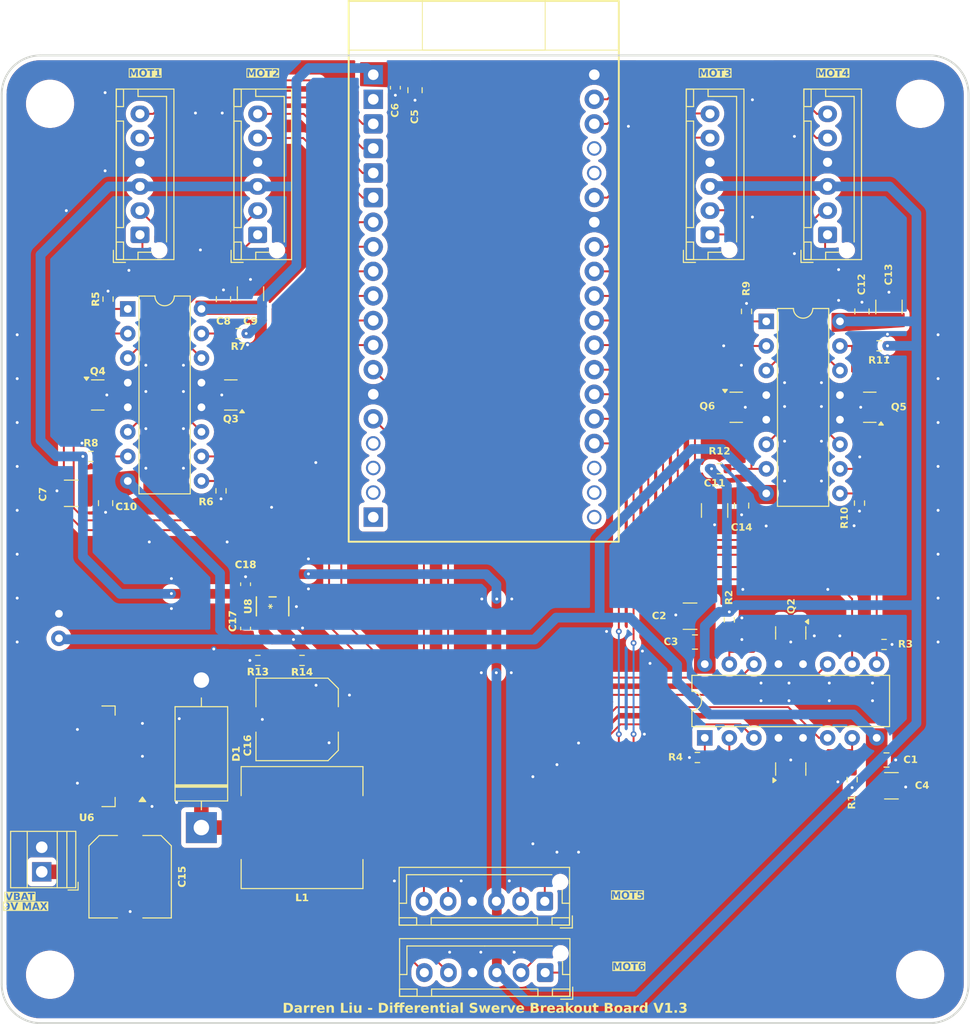
<source format=kicad_pcb>
(kicad_pcb (version 20240108) (generator "pcbnew") (generator_version "8.0")
  (layers (0 "F.Cu" signal) (31 "B.Cu" signal) (34 "B.Paste" user) (35 "F.Paste" user) (36 "B.SilkS" user "B.Silkscreen") (37 "F.SilkS" user "F.Silkscreen") (38 "B.Mask" user) (39 "F.Mask" user) (44 "Edge.Cuts" user))
  (net 0 "")
  (net 1 "GND")
  (net 2 "6V")
  (net 3 "9V")
  (net 4 "3V3")
  (net 5 "Net-(D1-K)")
  (net 6 "Net-(Q1-S)")
  (net 7 "Net-(Q2-S)")
  (net 8 "Net-(Q3-S)")
  (net 9 "Net-(Q4-S)")
  (net 10 "Net-(Q5-S)")
  (net 11 "Net-(Q6-S)")
  (net 12 "Net-(U6-FB)")
  (net 13 "GPIO12")
  (net 14 "GPIO23")
  (net 15 "GPIO33")
  (net 16 "GPIO11")
  (net 17 "GPIO2")
  (net 18 "GPIO13")
  (net 19 "GPIO35")
  (net 20 "GPIO7")
  (net 21 "GPIO18")
  (net 22 "GPIO34")
  (net 23 "GPIO9")
  (net 24 "GPIO1")
  (net 25 "GPIO16")
  (net 27 "GPIO3")
  (net 28 "GPIO17")
  (net 29 "GPIO26")
  (net 30 "GPIO21")
  (net 31 "GPIO15")
  (net 32 "GPIO10")
  (net 33 "GPIO19")
  (net 34 "GPIO32")
  (net 35 "GPIO6")
  (net 36 "GPIO4")
  (net 37 "GPIO22")
  (net 38 "GPIO5")
  (net 39 "GPIO36")
  (net 40 "GPIO0")
  (net 41 "GPIO27")
  (net 42 "GPIO8")
  (net 43 "GPIO14")
  (net 44 "GPIO25")
  (net 46 "GPIO39")
  (net 48 "MA-")
  (net 49 "MB+")
  (net 50 "MB-")
  (net 51 "MC+")
  (net 52 "MC-")
  (net 53 "MD+")
  (net 54 "MD-")
  (net 55 "ME-")
  (net 56 "ME+")
  (net 57 "MF+")
  (net 58 "MF-")
  (net 59 "MA+")
  (footprint "Package_DIP:DIP-16_W7.62mm" (layer "F.Cu") (at 179.08 77.485)
    (property "Reference" "U4" (hide yes))
    (property "Value" "L293D")
  )
  (footprint "Capacitor_SMD:C_1210_3225Metric" (layer "F.Cu") (at 125.73 74.627 -90)
    (property "Reference" "C9")
    (property "Value" "1uF")
  )
  (footprint "Connector_JST:JST_XH_B6B-XH-AM_1x06_P2.50mm_Vertical" (layer "F.Cu") (at 156.17 137.414 180)
    (property "Reference" "J6" (hide yes))
    (property "Value" "Conn_01x06_Pin")
  )
  (footprint "" (layer "F.Cu") (at 105.918 110.236)
    (property "Reference" "")
    (property "Value" "")
  )
  (footprint "MountingHole:MountingHole_4.5mm" (layer "F.Cu") (at 105 55)
    (property "Reference" "H1")
    (property "Value" "MountingHole")
  )
  (footprint "Package_TO_SOT_SMD:TO-263-5_TabPin3" (layer "F.Cu") (at 106.904 122.428 180)
    (property "Reference" "U6")
    (property "Value" "LM2596S-3.3")
  )
  (footprint "Resistor_SMD:R_0603_1608Metric" (layer "F.Cu") (at 188.722 96.266 -90)
    (property "Reference" "R10")
    (property "Value" "10K")
  )
  (footprint "Capacitor_SMD:C_1210_3225Metric" (layer "F.Cu") (at 192.024 125.476)
    (property "Reference" "C4")
    (property "Value" "10uF")
  )
  (footprint "Resistor_SMD:R_0603_1608Metric" (layer "F.Cu") (at 131.064 112.522)
    (property "Reference" "R14")
    (property "Value" "3.9K")
  )
  (footprint "Diode_THT:D_DO-201AD_P15.24mm_Horizontal" (layer "F.Cu") (at 120.65 129.794 90)
    (property "Reference" "D1")
    (property "Value" "1N5822")
  )
  (footprint "Capacitor_SMD:C_1210_3225Metric" (layer "F.Cu") (at 171.196 107.95)
    (property "Reference" "C2")
    (property "Value" "1uF")
  )
  (footprint "Inductor_SMD:L_12x12mm_H6mm" (layer "F.Cu") (at 131.064 129.794)
    (property "Reference" "L1")
    (property "Value" "68uH")
  )
  (footprint "MountingHole:MountingHole_4.5mm" (layer "F.Cu") (at 195 145)
    (property "Reference" "H4")
    (property "Value" "MountingHole")
  )
  (footprint "Capacitor_SMD:C_1210_3225Metric" (layer "F.Cu") (at 173.736 97.028 -90)
    (property "Reference" "C11")
    (property "Value" "10uF")
  )
  (footprint "Package_TO_SOT_SMD:SOT-23" (layer "F.Cu") (at 181.61 109.6795 -90)
    (property "Reference" "Q2")
    (property "Value" "BSS138")
  )
  (footprint "Resistor_SMD:R_0603_1608Metric" (layer "F.Cu") (at 177.038 76.454 -90)
    (property "Reference" "R9")
    (property "Value" "10K")
  )
  (footprint "Capacitor_SMD:C_0805_2012Metric_Pad1.18x1.45mm_HandSolder" (layer "F.Cu") (at 142.748 53.594 90)
    (property "Reference" "C5")
    (property "Value" "C_Small")
  )
  (footprint "Capacitor_SMD:C_0603_1608Metric" (layer "F.Cu") (at 140.716 53.34 90)
    (property "Reference" "C6")
    (property "Value" "C_Small")
  )
  (footprint "Capacitor_SMD:C_0805_2012Metric" (layer "F.Cu") (at 110.744 96.266 90)
    (property "Reference" "C10")
    (property "Value" "100nF")
  )
  (footprint "Resistor_SMD:R_0603_1608Metric" (layer "F.Cu") (at 190.754 80.01 180)
    (property "Reference" "R11")
    (property "Value" "10K")
  )
  (footprint "Resistor_SMD:R_0603_1608Metric" (layer "F.Cu") (at 187.96 124.841 -90)
    (property "Reference" "R1")
    (property "Value" "10K")
  )
  (footprint "Capacitor_SMD:C_0805_2012Metric" (layer "F.Cu") (at 176.53 96.52 90)
    (property "Reference" "C14")
    (property "Value" "100nF")
  )
  (footprint "" (layer "F.Cu") (at 105.918 107.696)
    (property "Reference" "")
    (property "Value" "")
  )
  (footprint "Connector_JST:JST_XH_B6B-XH-AM_1x06_P2.50mm_Vertical" (layer "F.Cu") (at 114.3 68.54 90)
    (property "Reference" "J1" (hide yes))
    (property "Value" "Conn_01x06_Pin")
  )
  (footprint "Resistor_SMD:R_0603_1608Metric" (layer "F.Cu") (at 171.958 122.555)
    (property "Reference" "R4")
    (property "Value" "10K")
  )
  (footprint "Library:ESP32-WROOM-38" (layer "F.Cu") (at 146.05 102.795)
    (property "Reference" "U5" (hide yes))
    (property "Value" "~")
  )
  (footprint "Package_TO_SOT_SMD:SOT-23" (layer "F.Cu") (at 189.7865 86.36 180)
    (property "Reference" "Q5")
    (property "Value" "BSS138")
  )
  (footprint "Resistor_SMD:R_0603_1608Metric" (layer "F.Cu") (at 175.26 108.331 -90)
    (property "Reference" "R2")
    (property "Value" "10K")
  )
  (footprint "Resistor_SMD:R_0603_1608Metric" (layer "F.Cu") (at 126.492 112.522)
    (property "Reference" "R13")
    (property "Value" "1K")
  )
  (footprint "Capacitor_SMD:C_0805_2012Metric" (layer "F.Cu") (at 191.516 122.809 180)
    (property "Reference" "C1")
    (property "Value" "100nF")
  )
  (footprint "FlightController:SOT_RG1_DIO" (layer "F.Cu") (at 128.016 106.934 90)
    (property "Reference" "U8")
    (property "Value" "AP2112K-3.3TRG1")
  )
  (footprint "Connector_JST:JST_XH_B6B-XH-AM_1x06_P2.50mm_Vertical" (layer "F.Cu") (at 173.26 68.54 90)
    (property "Reference" "J3" (hide yes))
    (property "Value" "Conn_01x06_Pin")
  )
  (footprint "Resistor_SMD:R_0603_1608Metric" (layer "F.Cu") (at 124.46 78.74 180)
    (property "Reference" "R7")
    (property "Value" "10K")
  )
  (footprint "Resistor_SMD:R_0603_1608Metric" (layer "F.Cu") (at 191.262 110.871)
    (property "Reference" "R3")
    (property "Value" "10K")
  )
  (footprint "Resistor_SMD:R_0603_1608Metric" (layer "F.Cu") (at 122.682 94.996 -90)
    (property "Reference" "R6")
    (property "Value" "10K")
  )
  (footprint "Resistor_SMD:R_0603_1608Metric" (layer "F.Cu") (at 174.244 92.71 180)
    (property "Reference" "R12")
    (property "Value" "10K")
  )
  (footprint "Capacitor_SMD:C_0603_1608Metric" (layer "F.Cu") (at 125.222 104.648 -90)
    (property "Reference" "C18")
    (property "Value" "1uF")
  )
  (footprint "Capacitor_SMD:C_Elec_8x10.2" (layer "F.Cu") (at 113.284 134.874 -90)
    (property "Reference" "C15")
    (property "Value" "470uF")
  )
  (footprint "TerminalBlock:TerminalBlock_Xinya_XY308-2.54-2P_1x02_P2.54mm_Horizontal" (layer "F.Cu") (at 104.14 134.366 90)
    (property "Reference" "J7" (hide yes))
    (property "Value" "Screw_Terminal_01x02" (hide yes))
  )
  (footprint "Package_TO_SOT_SMD:SOT-23" (layer "F.Cu") (at 109.9335 85.09)
    (property "Reference" "Q4")
    (property "Value" "BSS138")
  )
  (footprint "Resistor_SMD:R_0603_1608Metric" (layer "F.Cu") (at 110.998 75.184 -90)
    (property "Reference" "R5")
    (property "Value" "10K")
  )
  (footprint "Package_TO_SOT_SMD:SOT-23" (layer "F.Cu") (at 181.61 123.7465 90)
    (property "Reference" "Q1" (hide yes))
    (property "Value" "BSS138")
  )
  (footprint "Capacitor_SMD:C_0603_1608Metric" (layer "F.Cu") (at 125.222 109.22 90)
    (property "Reference" "C17")
    (property "Value" "1uF")
  )
  (footprint "Capacitor_SMD:C_0805_2012Metric" (layer "F.Cu") (at 188.976 76.454 90)
    (property "Reference" "C12")
    (property "Value" "100nF")
  )
  (footprint "Package_TO_SOT_SMD:SOT-23" (layer "F.Cu") (at 175.9735 86.36)
    (property "Reference" "Q6")
    (property "Value" "BSS138")
  )
  (footprint "Package_TO_SOT_SMD:SOT-23" (layer "F.Cu") (at 123.698 85.09 180)
    (property "Reference" "Q3")
    (property "Value" "BSS138")
  )
  (footprint "Package_DIP:DIP-16_W7.62mm" (layer "F.Cu") (at 113.04 76.2)
    (property "Reference" "U3" (hide yes))
    (property "Value" "L293D")
  )
  (footprint "Capacitor_SMD:C_0805_2012Metric" (layer "F.Cu") (at 122.936 75.184 90)
    (property "Reference" "C8")
    (property "Value" "100nF")
  )
  (footprint "MountingHole:MountingHole_4.5mm" (layer "F.Cu") (at 105 145)
    (property "Reference" "H3")
    (property "Value" "MountingHole")
  )
  (footprint "Package_DIP:DIP-16_W7.62mm" (layer "F.Cu") (at 172.72 120.523 90)
    (property "Reference" "U7" (hide yes))
    (property "Value" "L293D")
  )
  (footprint "Capacitor_SMD:C_1210_3225Metric" (layer "F.Cu") (at 191.77 75.995 -90)
    (property "Reference" "C13")
    (property "Value" "1uF")
  )
  (footprint "Resistor_SMD:R_0603_1608Metric" (layer "F.Cu") (at 109.22 91.44 180)
    (property "Reference" "R8")
    (property "Value" "10K")
  )
  (footprint "Capacitor_SMD:C_Elec_8x10.2" (layer "F.Cu") (at 130.556 118.618 180)
    (property "Reference" "C16")
    (property "Value" "220uF")
  )
  (footprint "Connector_JST:JST_XH_B6B-XH-AM_1x06_P2.50mm_Vertical" (layer "F.Cu") (at 126.475 68.54 90)
    (property "Reference" "J2" (hide yes))
    (property "Value" "Conn_01x06_Pin")
  )
  (footprint "Capacitor_SMD:C_0805_2012Metric" (layer "F.Cu") (at 171.704 110.617 180)
    (property "Reference" "C3")
    (property "Value" "100nF")
  )
  (footprint "Connector_JST:JST_XH_B6B-XH-AM_1x06_P2.50mm_Vertical" (layer "F.Cu") (at 156.21 144.78 180)
    (property "Reference" "J5" (hide yes))
    (property "Value" "Conn_01x06_Pin")
  )
  (footprint "MountingHole:MountingHole_4.5mm" (layer "F.Cu") (at 195 55)
    (property "Reference" "H2")
    (property "Value" "MountingHole")
  )
  (footprint "Connector_JST:JST_XH_B6B-XH-AM_1x06_P2.50mm_Vertical" (layer "F.Cu") (at 185.42 68.54 90)
    (property "Reference" "J4" (hide yes))
    (property "Value" "Conn_01x06_Pin")
  )
  (footprint "Capacitor_SMD:C_1210_3225Metric" (layer "F.Cu") (at 107.188 95.25 180)
    (property "Reference" "C7" (hide yes))
    (property "Value" "10uF")
  )
  (gr_poly (pts (xy 189.484 119.634) (xy 189.484 127.508) (xy 191.516 127.508) (xy 191.516 119.634)) (stroke (width 0.2)) (fill solid) (layer "F.Cu") (net 2))
  (gr_poly (pts (xy 120.142 75.438) (xy 127 75.438) (xy 127 76.708) (xy 120.142 76.708)) (stroke (width 0.2)) (fill solid) (layer "F.Cu") (net 4))
  (gr_poly (pts (xy 172.466 96.266) (xy 172.466 94.996) (xy 179.07 94.488) (xy 180.086 94.488) (xy 180.086 96.266)) (stroke (width 0.2)) (fill solid) (layer "F.Cu") (net 2))
  (gr_poly (pts (xy 171.704 113.792) (xy 173.736 113.792) (xy 173.736 106.172) (xy 171.704 106.172)) (stroke (width 0.2)) (fill solid) (layer "F.Cu") (net 4))
  (gr_poly (pts (xy 114.046 92.964) (xy 114.046 94.996) (xy 111.506 96.012) (xy 109.728 96.012) (xy 109.22 96.52) (xy 108.458 96.52) (xy 108.204 96.012) (xy 108.204 93.472)) (stroke (width 0.2)) (fill solid) (layer "F.Cu") (net 2))
  (gr_poly (pts (xy 185.928 78.486) (xy 193.294 77.978) (xy 193.294 76.708) (xy 185.928 76.708)) (stroke (width 0.2)) (fill solid) (layer "F.Cu") (net 4))
  (gr_poly (pts (xy 137.16 53.086) (xy 143.764 53.34) (xy 143.764 50.8) (xy 137.16 50.8)) (stroke (width 0.2)) (fill solid) (layer "F.Cu") (net 4))
  (gr_line (start 100 146) (end 100 54) (stroke (width 0.2)) (layer "Edge.Cuts"))
  (gr_line (start 200 54) (end 200 146) (stroke (width 0.2)) (layer "Edge.Cuts"))
  (gr_line (start 104 50) (end 196 50) (stroke (width 0.2)) (layer "Edge.Cuts"))
  (gr_arc (start 200 146) (mid 198.828427 148.828427) (end 196 150) (stroke (width 0.2)) (layer "Edge.Cuts"))
  (gr_arc (start 196 50) (mid 198.828427 51.171573) (end 200 54) (stroke (width 0.2)) (layer "Edge.Cuts"))
  (gr_arc (start 104 150) (mid 101.171573 148.828427) (end 100 146) (stroke (width 0.2)) (layer "Edge.Cuts"))
  (gr_arc (start 100 54) (mid 101.171573 51.171573) (end 104 50) (stroke (width 0.2)) (layer "Edge.Cuts"))
  (gr_line (start 196 150) (end 104 150) (stroke (width 0.2)) (layer "Edge.Cuts"))
  (gr_text "VBAT" (at 101.882232 137.414 0) (layer "F.SilkS" knockout) (effects (font (size 0.75 0.75) (thickness 0.1875) (bold yes)) (justify bottom)))
  (gr_text "MOT6\n" (at 164.846 144.641881 0) (layer "F.SilkS" knockout) (effects (font (size 0.75 0.75) (thickness 0.1875) (bold yes)) (justify bottom)))
  (gr_text "Q4" (at 109.9312 82.677 0) (layer "F.SilkS") (effects (font (size 0.75 0.75))))
  (gr_text "C18" (at 125.222 102.6668 0) (layer "F.SilkS") (effects (font (size 0.75 0.75))))
  (gr_text "R13" (at 126.492 113.7412 0) (layer "F.SilkS") (effects (font (size 0.75 0.75))))
  (gr_text "R5" (at 109.7534 75.184 90) (layer "F.SilkS") (effects (font (size 0.75 0.75))))
  (gr_text "D1" (at 124.3076 122.174 90) (layer "F.SilkS") (effects (font (size 0.75 0.75))))
  (gr_text "C10" (at 112.8776 96.6724 0) (layer "F.SilkS") (effects (font (size 0.75 0.75))))
  (gr_text "C8" (at 122.936 77.4954 0) (layer "F.SilkS") (effects (font (size 0.75 0.75))))
  (gr_text "9V MAX" (at 102.45779 138.43 0) (layer "F.SilkS" knockout) (effects (font (size 0.75 0.75) (thickness 0.1875) (bold yes)) (justify bottom)))
  (gr_text "MOT2\n" (at 127 52.324 0) (layer "F.SilkS" knockout) (effects (font (size 0.75 0.75) (thickness 0.1875) (bold yes)) (justify bottom)))
  (gr_text "L1" (at 131.064 137.0838 0) (layer "F.SilkS") (effects (font (size 0.75 0.75))))
  (gr_text "MOT5" (at 164.712643 137.275881 0) (layer "F.SilkS" knockout) (effects (font (size 0.75 0.75) (thickness 0.1875) (bold yes)) (justify bottom)))
  (gr_text "R7" (at 124.46 80.1116 0) (layer "F.SilkS") (effects (font (size 0.75 0.75))))
  (gr_text "R14" (at 131.064 113.7666 0) (layer "F.SilkS") (effects (font (size 0.75 0.75))))
  (gr_text "MOT3\n" (at 173.785 52.324 0) (layer "F.SilkS" knockout) (effects (font (size 0.75 0.75) (thickness 0.1875) (bold yes)) (justify bottom)))
  (gr_text "C16" (at 125.476 121.3104 90) (layer "F.SilkS") (effects (font (size 0.75 0.75))))
  (gr_text "C17" (at 123.9266 108.458 90) (layer "F.SilkS") (effects (font (size 0.75 0.75))))
  (gr_text "C9" (at 125.73 77.4954 0) (layer "F.SilkS") (effects (font (size 0.75 0.75))))
  (gr_text "MOT4\n" (at 185.945 52.324 0) (layer "F.SilkS" knockout) (effects (font (size 0.75 0.75) (thickness 0.1875) (bold yes)) (justify bottom)))
  (gr_text "Q3" (at 123.698 87.6046 0) (layer "F.SilkS") (effects (font (size 0.75 0.75))))
  (gr_text "U8" (at 125.5268 106.934 90) (layer "F.SilkS") (effects (font (size 0.75 0.75))))
  (gr_text "R8" (at 109.22 90.0938 0) (layer "F.SilkS") (effects (font (size 0.75 0.75))))
  (gr_text "R6" (at 121.1326 96.1644 0) (layer "F.SilkS") (effects (font (size 0.75 0.75))))
  (gr_text "Darren Liu - Differential Swerve Breakout Board V1.3" (at 150 149.098 0) (layer "F.SilkS") (effects (font (size 1 1) (thickness 0.125) (bold yes)) (justify bottom)))
  (gr_text "MOT1" (at 114.825 52.324 0) (layer "F.SilkS" knockout) (effects (font (size 0.75 0.75) (thickness 0.1875) (bold yes)) (justify bottom)))
  (gr_text "C15" (at 118.6942 134.874 90) (layer "F.SilkS") (effects (font (size 0.75 0.75))))
  (gr_text "C7" (at 104.2924 95.3516 90) (layer "F.SilkS") (effects (font (size 0.75 0.75))))
  (gr_text "U6" (at 108.7882 128.8034 0) (layer "F.SilkS") (effects (font (size 0.75 0.75))))
  (segment (start 128.016 108.0389) (end 129.0955 106.9594) (width 0.2) (layer "F.Cu") (net 1))
  (segment (start 123.2786 109.995) (end 121.9327 111.3409) (width 1) (layer "F.Cu") (net 1))
  (segment (start 121.9327 111.3409) (end 121.8946 111.379) (width 1) (layer "F.Cu") (net 1))
  (segment (start 168.5442 112.8268) (end 167.0558 112.8268) (width 0.2) (layer "F.Cu") (net 1))
  (segment (start 170.754 110.617) (end 168.5442 112.8268) (width 0.2) (layer "F.Cu") (net 1))
  (segment (start 125.222 109.995) (end 123.2786 109.995) (width 1) (layer "F.Cu") (net 1))
  (segment (start 129.0955 106.9594) (end 130.4798 106.9594) (width 0.2) (layer "F.Cu") (net 1))
  (segment (start 128.016 108.28655) (end 128.016 108.0389) (width 0.2) (layer "F.Cu") (net 1))
  (via (at 106.68 66.04) (size 0.6) (drill 0.3) (layers "F.Cu" "B.Cu") (net 1))
  (via (at 118.7958 82.0166) (size 0.6) (drill 0.3) (layers "F.Cu" "B.Cu") (net 1))
  (via (at 101.6 87.938428) (size 0.6) (drill 0.3) (layers "F.Cu" "B.Cu") (net 1))
  (via (at 110.6932 61.9252) (size 0.6) (drill 0.3) (layers "F.Cu" "B.Cu") (net 1))
  (via (at 154.94 124.5362) (size 0.6) (drill 0.3) (layers "F.Cu" "B.Cu") (net 1))
  (via (at 149.6568 106.172) (size 0.6) (drill 0.3) (layers "F.Cu" "B.Cu") (net 1))
  (via (at 118.7958 92.6592) (size 0.6) (drill 0.3) (layers "F.Cu" "B.Cu") (net 1))
  (via (at 120.5484 70.104) (size 0.6) (drill 0.3) (layers "F.Cu" "B.Cu") (net 1))
  (via (at 131.7244 102.0318) (size 0.6) (drill 0.3) (layers "F.Cu" "B.Cu") (net 1))
  (via (at 142.748 54.6315) (size 0.6) (drill 0.3) (layers "F.Cu" "B.Cu") (net 1))
  (via (at 125.4252 79.9084) (size 0.6) (drill 0.3) (layers "F.Cu" "B.Cu") (net 1))
  (via (at 114.554 119.028) (size 0.6) (drill 0.3) (layers "F.Cu" "B.Cu") (net 1))
  (via (at 140.716 54.115) (size 0.6) (drill 0.3) (layers "F.Cu" "B.Cu") (net 1))
  (via (at 159.6644 121.0564) (size 0.6) (drill 0.3) (layers "F.Cu" "B.Cu") (net 1))
  (via (at 181.991 58.3692) (size 0.6) (drill 0.3) (layers "F.Cu" "B.Cu") (net 1))
  (via (at 101.6 110.617) (size 0.6) (drill 0.3) (layers "F.Cu" "B.Cu") (net 1))
  (via (at 108.3056 90.0684) (size 0.6) (drill 0.3) (layers "F.Cu" "B.Cu") (net 1))
  (via (at 115.2652 100.2792) (size 0.6) (drill 0.3) (layers "F.Cu" "B.Cu") (net 1))
  (via (at 184.785 89.8652) (size 0.6) (drill 0.3) (layers "F.Cu" "B.Cu") (net 1))
  (via (at 152.7048 113.792) (size 0.6) (drill 0.3) (layers "F.Cu" "B.Cu") (net 1))
  (via (at 125.73 73.152) (size 0.6) (drill 0.3) (layers "F.Cu" "B.Cu") (net 1))
  (via (at 181.991 70.485) (size 0.6) (drill 0.3) (layers "F.Cu" "B.Cu") (net 1))
  (via (at 157.4292 123.2916) (size 0.6) (drill 0.3) (layers "F.Cu" "B.Cu") (net 1))
  (via (at 196.85 106.081284) (size 0.6) (drill 0.3) (layers "F.Cu" "B.Cu") (net 1))
  (via (at 107.829 125.203) (size 0.6) (drill 0.3) (layers "F.Cu" "B.Cu") (net 1))
  (via (at 196.85 101.54557) (size 0.6) (drill 0.3) (layers "F.Cu" "B.Cu") (net 1))
  (via (at 181.61 122.809) (size 0.6) (drill 0.3) (layers "F.Cu" "B.Cu") (net 1))
  (via (at 140.6144 135.3058) (size 0.6) (drill 0.3) (layers "F.Cu" "B.Cu") (net 1))
  (via (at 117.5512 107.1626) (size 0.6) (drill 0.3) (layers "F.Cu" "B.Cu") (net 1))
  (via (at 110.998 74.359) (size 0.6) (drill 0.3) (layers "F.Cu" "B.Cu") (net 1))
  (via (at 121.9327 111.3409) (size 0.6) (drill 0.3) (layers "F.Cu" "B.Cu") (net 1))
  (via (at 101.6 101.54557) (size 0.6) (drill 0.3) (layers "F.Cu" "B.Cu") (net 1))
  (via (at 113.284 138.474) (size 0.6) (drill 0.3) (layers "F.Cu" "B.Cu") (net 1))
  (via (at 101.6 83.402714) (size 0.6) (drill 0.3) (layers "F.Cu" "B.Cu") (net 1))
  (via (at 179.07 98.6282) (size 0.6) (drill 0.3) (layers "F.Cu" "B.Cu") (net 1))
  (via (at 105.713 94.996) (size 0.6) (drill 0.3) (layers "F.Cu" "B.Cu") (net 1))
  (via (at 114.9096 84.7344) (size 0.6) (drill 0.3) (layers "F.Cu" "B.Cu") (net 1))
  (via (at 188.976 75.504) (size 0.6) (drill 0.3) (layers "F.Cu" "B.Cu") (net 1))
  (via (at 110.744 97.216) (size 0.6) (drill 0.3) (layers "F.Cu" "B.Cu") (net 1))
  (via (at 176.5554 110.363) (size 0.6) (drill 0.3) (layers "F.Cu" "B.Cu") (net 1))
  (via (at 126.956 118.618) (size 0.6) (drill 0.3) (layers "F.Cu" "B.Cu") (net 1))
  (via (at 178.5366 116.6876) (size 0.6) (drill 0.3) (layers "F.Cu" "B.Cu") (net 1))
  (via (at 196.85 92.474142) (size 0.6) (drill 0.3) (layers "F.Cu" "B.Cu") (net 1))
  (via (at 152.7556 106.172) (size 0.6) (drill 0.3) (layers "F.Cu" "B.Cu") (net 1))
  (via (at 180.975 93.98) (size 0.6) (drill 0.3) (layers "F.Cu" "B.Cu") (net 1))
  (via (at 176.5554 108.1278) (size 0.6) (drill 0.3) (layers "F.Cu" "B.Cu") (net 1))
  (via (at 130.4798 106.9594) (size 0.6) (drill 0.3) (layers "F.Cu" "B.Cu") (net 1))
  (via (at 188.849 86.36) (size 0.6) (drill 0.3) (layers "F.Cu" "B.Cu") (net 1))
  (via (at 184.785 86.2838) (size 0.6) (drill 0.3) (layers "F.Cu" "B.Cu") (net 1))
  (via (at 177.6476 66.7004) (size 0.6) (drill 0.3) (layers "F.Cu" "B.Cu") (net 1))
  (via (at 177.038 75.629) (size 0.6) (drill 0.3) (layers "F.Cu" "B.Cu") (net 1))
  (via (at 180.975 83.82) (size 0.6) (drill 0.3) (layers "F.Cu" "B.Cu") (net 1))
  (via (at 152.5016 135.3058) (size 0.6) (drill 0.3) (layers "F.Cu" "B.Cu") (net 1))
  (via (at 176.657 105.1814) (size 0.6) (drill 0.3) (layers "F.Cu" "B.Cu") (net 1))
  (via (at 191.77 74.471) (size 0.6) (drill 0.3) (layers "F.Cu" "B.Cu") (net 1))
  (via (at 173.736 98.503) (size 0.6) (drill 0.3) (layers "F.Cu" "B.Cu") (net 1))
  (via (at 166.2684 111.5568) (size 0.6) (drill 0.3) (layers "F.Cu" "B.Cu") (net 1))
  (via (at 125.222 103.873) (size 0.6) (drill 0.3) (layers "F.Cu" "B.Cu") (net 1))
  (via (at 190.0682 114.8588) (size 0.6) (drill 0.3) (layers "F.Cu" "B.Cu") (net 1))
  (via (at 122.7605 85.09) (size 0.6) (drill 0.3) (layers "F.Cu" "B.Cu") (net 1))
  (via (at 114.9096 92.6592) (size 0.6) (drill 0.3) (layers "F.Cu" "B.Cu") (net 1))
  (via (at 125.667 112.522) (size 0.6) (drill 0.3) (layers "F.Cu" "B.Cu") (net 1))
  (via (at 196.85 97.009856) (size 0.6) (drill 0.3) (layers "F.Cu" "B.Cu") (net 1))
  (via (at 122.809 55.9562) (size 0.6) (drill 0.3) (layers "F.Cu" "B.Cu") (net 1))
  (via (at 164.8206 57.3278) (size 0.6) (drill 0.3) (layers "F.Cu" "B.Cu") (net 1))
  (via (at 132.5118 115.0874) (size 0.6) (drill 0.3) (layers "F.Cu" "B.Cu") (net 1))
  (via (at 110.6932 53.848) (size 0.6) (drill 0.3) (layers "F.Cu" "B.Cu") (net 1))
  (via (at 192.087 110.871) (size 0.6) (drill 0.3) (layers "F.Cu" "B.Cu") (net 1))
  (via (at 176.911 86.36) (size 0.6) (drill 0.3) (layers "F.Cu" "B.Cu") (net 1))
  (via (at 101.6 97.009856) (size 0.6) (drill 0.3) (layers "F.Cu" "B.Cu") (net 1))
  (via (at 191.6176 78.8162) (size 0.6) (drill 0.3) (layers "F.Cu" "B.Cu") (net 1))
  (via (at 114.9096 82.0166) (size 0.6) (drill 0.3) (layers "F.Cu" "B.Cu") (net 1))
  (via (at 162.56 109.5248) (size 0.6) (drill 0.3) (layers "F.Cu" "B.Cu") (net 1))
  (via (at 184.785 93.98) (size 0.6) (drill 0.3) (layers "F.Cu" "B.Cu") (net 1))
  (via (at 114.554 122.428) (size 0.6) (drill 0.3) (layers "F.Cu" "B.Cu") (net 1))
  (via (at 176.5046 82.0166) (size 0.6) (drill 0.3) (layers "F.Cu" "B.Cu") (net 1))
  (via (at 132.4864 92.075) (size 0.6) (drill 0.3) (layers "F.Cu" "B.Cu") (net 1))
  (via (at 146.3294 142.6718) (size 0.6) (drill 0.3) (layers "F.Cu" "B.Cu") (net 1))
  (via (at 184.785 83.82) (size 0.6) (drill 0.3) (layers "F.Cu" "B.Cu") (net 1))
  (via (at 181.4322 114.8588) (size 0.6) (drill 0.3) (layers "F.Cu" "B.Cu") (net 1))
  (via (at 127.9144 96.6978) (size 0.6) (drill 0.3) (layers "F.Cu" "B.Cu") (net 1))
  (via (at 171.133 122.555) (size 0.6) (drill 0.3) (layers "F.Cu" "B.Cu") (net 1))
  (via (at 153.0096 142.6718) (size 0.6) (drill 0.3) (layers "F.Cu" "B.Cu") (net 1))
  (via (at 186.563 75.311) (size 0.6) (drill 0.3) (layers "F.Cu" "B.Cu") (net 1))
  (via (at 185.5978 116.6876) (size 0.6) (drill 0.3) (layers "F.Cu" "B.Cu") (net 1))
  (via (at 192.466 122.809) (size 0.6) (drill 0.3) (layers "F.Cu" "B.Cu") (net 1))
  (via (at 180.975 89.8652) (size 0.6) (drill 0.3) (layers "F.Cu" "B.Cu") (net 1))
  (via (at 101.6 92.474142) (size 0.6) (drill 0.3) (layers "F.Cu" "B.Cu") (net 1))
  (via (at 181.4322 116.6876) (size 0.6) (drill 0.3) (layers "F.Cu" "B.Cu") (net 1))
  (via (at 185.5978 114.8588) (size 0.6) (drill 0.3) (layers "F.Cu" "B.Cu") (net 1))
  (via (at 149.5552 142.6718) (size 0.6) (drill 0.3) (layers "F.Cu" "B.Cu") (net 1))
  (via (at 185.4454 105.1814) (size 0.6) (drill 0.3) (layers "F.Cu" "B.Cu") (net 1))
  (via (at 196.85 78.867) (size 0.6) (drill 0.3) (layers "F.Cu" "B.Cu") (net 1))
  (via (at 193.499 125.603) (size 0.6) (drill 0.3) (layers "F.Cu" "B.Cu") (net 1))
  (via (at 166.4716 120.142) (size 0.6) (drill 0.3) (layers "F.Cu" "B.Cu") (net 1))
  (via (at 178.5366 114.8588) (size 0.6) (drill 0.3) (layers "F.Cu" "B.Cu") (net 1))
  (via (at 131.1148 109.1692) (size 0.6) (drill 0.3) (layers "F.Cu" "B.Cu") (net 1))
  (via (at 190.0682 116.6876) (size 0.6) (drill 0.3) (layers "F.Cu" "B.Cu") (net 1))
  (via (at 135.9662 116.1034) (size 0.6) (drill 0.3) (layers "F.Cu" "B.Cu") (net 1))
  (via (at 191.6176 81.2038) (size 0.6) (drill 0.3) (layers "F.Cu" "B.Cu") (net 1))
  (via (at 118.364 118.5418) (size 0.6) (drill 0.3) (layers "F.Cu" "B.Cu") (net 1))
  (via (at 149.606 113.792) (size 0.6) (drill 0.3) (layers "F.Cu" "B.Cu") (net 1))
  (via (at 176.53 97.47) (size 0.6) (drill 0.3) (layers "F.Cu" "B.Cu") (net 1))
  (via (at 147.5232 135.3058) (size 0.6) (drill 0.3) (layers "F.Cu" "B.Cu") (net 1))
  (via (at 196.85 83.402714) (size 0.6) (drill 0.3) (layers "F.Cu" "B.Cu") (net 1))
  (via (at 118.0846 127.2032) (size 0.6) (drill 0.3) (layers "F.Cu" "B.Cu") (net 1))
  (via (at 169.721 107.823) (size 0.6) (drill 0.3) (layers "F.Cu" "B.Cu") (net 1))
  (via (at 110.871 85.09) (size 0.6) (drill 0.3) (layers "F.Cu" "B.Cu") (net 1))
  (via (at 133.858 121.031) (size 0.6) (drill 0.3) (layers "F.Cu" "B.Cu") (net 1))
  (via (at 174.6758 80.01) (size 0.6) (drill 0.3) (layers "F.Cu" "B.Cu") (net 1))
  (via (at 188.1632 98.6028) (size 0.6) (drill 0.3) (layers "F.Cu" "B.Cu") (net 1))
  (via (at 123.317 100.2792) (size 0.6) (drill 0.3) (layers "F.Cu" "B.Cu") (net 1))
  (via (at 186.4868 125.0696) (size 0.6) (drill 0.3) (layers "F.Cu" "B.Cu") (net 1))
  (via (at 196.85 110.617) (size 0.6) (drill 0.3) (layers "F.Cu" "B.Cu") (net 1))
  (via (at 122.682 95.821) (size 0.6) (drill 0.3) (layers "F.Cu" "B.Cu") (net 1))
  (via (at 118.7958 88.5698) (size 0.6) (drill 0.3) (layers "F.Cu" "B.Cu") (net 1))
  (via (at 107.829 119.653) (size 0.6) (drill 0.3) (layers "F.Cu" "B.Cu") (net 1))
  (via (at 177.6476 54.5846) (size 0.6) (drill 0.3) (layers "F.Cu" "B.Cu") (net 1))
  (via (at 181.61 110.617) (size 0.6) (drill 0.3) (layers "F.Cu" "B.Cu") (net 1))
  (via (at 101.6 106.081284) (size 0.6) (drill 0.3) (layers "F.Cu" "B.Cu") (net 1))
  (via (at 186.563 72.136) (size 0.6) (drill 0.3) (layers "F.Cu" "B.Cu") (net 1))
  (via (at 117.5512 104.0638) (size 0.6) (drill 0.3) (layers "F.Cu" "B.Cu") (net 1))
  (via (at 196.85 87.938428) (size 0.6) (drill 0.3) (layers "F.Cu" "B.Cu") (net 1))
  (via (at 120.0404 55.9562) (size 0.6) (drill 0.3) (layers "F.Cu" "B.Cu") (net 1))
  (via (at 131.7244 105.1306) (size 0.6) (drill 0.3) (layers "F.Cu" "B.Cu") (net 1))
  (via (at 115.5446 127.6096) (size 0.6) (drill 0.3) (layers "F.Cu" "B.Cu") (net 1))
  (via (at 180.975 86.2838) (size 0.6) (drill 0.3) (layers "F.Cu" "B.Cu") (net 1))
  (via (at 159.6644 132.334) (size 0.6) (drill 0.3) (layers "F.Cu" "B.Cu") (net 1))
  (via (at 122.936 74.234) (size 0.6) (drill 0.3) (layers "F.Cu" "B.Cu") (net 1))
  (via (at 188.722 97.091) (size 0.6) (drill 0.3) (layers "F.Cu" "B.Cu") (net 1))
  (via (at 101.6 78.867) (size 0.6) (drill 0.3) (layers "F.Cu" "B.Cu") (net 1))
  (via (at 188.7474 91.4908) (size 0.6) (drill 0.3) (layers "F.Cu" "B.Cu") (net 1))
  (via (at 113.157 72.2122) (size 0.6) (drill 0.3) (layers "F.Cu" "B.Cu") (net 1))
  (via (at 114.9096 88.5698) (size 0.6) (drill 0.3) (layers "F.Cu" "B.Cu") (net 1))
  (via (at 157.4292 132.334) (size 0.6) (drill 0.3) (layers "F.Cu" "B.Cu") (net 1))
  (via (at 167.0558 112.8268) (size 0.6) (drill 0.3) (layers "F.Cu" "B.Cu") (net 1))
  (via (at 186.69 109.982) (size 0.6) (drill 0.3) (layers "F.Cu" "B.Cu") (net 1))
  (via (at 154.94 131.4704) (size 0.6) (drill 0.3) (layers "F.Cu" "B.Cu") (net 1))
  (via (at 184.0484 109.982) (size 0.6) (drill 0.3) (layers "F.Cu" "B.Cu") (net 1))
  (via (at 118.7958 84.7344) (size 0.6) (drill 0.3) (layers "F.Cu" "B.Cu") (net 1))
  (segment (start 128.97 109.158) (end 128.97 108.28655) (width 1) (layer "F.Cu") (net 2))
  (segment (start 130.175 110.363) (end 128.97 109.158) (width 1) (layer "F.Cu") (net 2))
  (segment (start 130.175 110.363) (end 127.9368 110.363) (width 1) (layer "F.Cu") (net 2))
  (segment (start 136.014 120.476) (end 134.156 118.618) (width 1.5) (layer "F.Cu") (net 2))
  (segment (start 131.889 112.522) (end 132.334 112.522) (width 1) (layer "F.Cu") (net 2))
  (segment (start 132.334 112.522) (end 134.156 114.344) (width 1) (layer "F.Cu") (net 2))
  (segment (start 134.156 114.344) (end 134.156 118.618) (width 1) (layer "F.Cu") (net 2))
  (segment (start 127.062 109.4882) (end 127.062 108.28655) (width 1) (layer "F.Cu") (net 2))
  (segment (start 132.334 112.522) (end 130.175 110.363) (width 1) (layer "F.Cu") (net 2))
  (segment (start 126.65355 108.445) (end 126.812 108.28655) (width 1) (layer "F.Cu") (net 2))
  (segment (start 136.014 129.794) (end 136.014 120.476) (width 1.5) (layer "F.Cu") (net 2))
  (segment (start 125.222 108.445) (end 126.65355 108.445) (width 1) (layer "F.Cu") (net 2))
  (segment (start 127.9368 110.363) (end 127.062 109.4882) (width 1) (layer "F.Cu") (net 2))
  (via (at 130.175 110.363) (size 0.6) (drill 0.3) (layers "F.Cu" "B.Cu") (net 2))
  (segment (start 161.8488 100.203) (end 171.3738 90.678) (width 1) (layer "B.Cu") (net 2))
  (segment (start 122.5804 109.3216) (end 122.5804 103.5204) (width 1) (layer "B.Cu") (net 2))
  (segment (start 130.175 110.363) (end 124.714 110.363) (width 1) (layer "B.Cu") (net 2))
  (segment (start 169.8592 114.7412) (end 173.228 118.11) (width 1) (layer "B.Cu") (net 2))
  (segment (start 174.498 90.678) (end 179.08 95.26) (width 1) (layer "B.Cu") (net 2))
  (segment (start 124.714 110.363) (end 123.6218 110.363) (width 1) (layer "B.Cu") (net 2))
  (segment (start 188.087 118.11) (end 190.5 120.523) (width 1) (layer "B.Cu") (net 2))
  (segment (start 122.5804 103.5204) (end 113.04 93.98) (width 1) (layer "B.Cu") (net 2))
  (segment (start 130.175 110.363) (end 155.0924 110.363) (width 1) (layer "B.Cu") (net 2))
  (segment (start 173.228 118.11) (end 188.087 118.11) (width 1) (layer "B.Cu") (net 2))
  (segment (start 124.6919 110.3409) (end 106.0229 110.3409) (width 1) (layer "B.Cu") (net 2))
  (segment (start 179.08 95.26) (end 179.08 95.265) (width 1) (layer "B.Cu") (net 2))
  (segment (start 124.714 110.363) (end 124.6919 110.3409) (width 1) (layer "B.Cu") (net 2))
  (segment (start 171.3738 90.678) (end 174.498 90.678) (width 1) (layer "B.Cu") (net 2))
  (segment (start 161.8488 108.1024) (end 161.8488 100.203) (width 1) (layer "B.Cu") (net 2))
  (segment (start 123.6218 110.363) (end 122.5804 109.3216) (width 1) (layer "B.Cu") (net 2))
  (segment (start 161.8488 108.1024) (end 164.9984 108.1024) (width 1) (layer "B.Cu") (net 2))
  (segment (start 164.9984 108.1024) (end 169.8592 112.9632) (width 1) (layer "B.Cu") (net 2))
  (segment (start 157.353 108.1024) (end 161.8488 108.1024) (width 1) (layer "B.Cu") (net 2))
  (segment (start 155.0924 110.363) (end 157.353 108.1024) (width 1) (layer "B.Cu") (net 2))
  (segment (start 169.8592 112.9632) (end 169.8592 114.7412) (width 1) (layer "B.Cu") (net 2))
  (segment (start 106.0229 110.3409) (end 105.918 110.236) (width 1) (layer "B.Cu") (net 2))
  (segment (start 113.284 127.098) (end 114.504 125.878) (width 1.5) (layer "F.Cu") (net 3))
  (segment (start 104.14 134.366) (end 110.192 134.366) (width 1.5) (layer "F.Cu") (net 3))
  (segment (start 113.284 131.274) (end 113.284 127.098) (width 1.5) (layer "F.Cu") (net 3))
  (segment (start 110.192 134.366) (end 113.284 131.274) (width 1.5) (layer "F.Cu") (net 3))
  (segment (start 126.475 63.42) (end 126.92 63.42) (width 0.2) (layer "F.Cu") (net 4))
  (segment (start 151.21 144.78) (end 151.21 137.454) (width 1) (layer "F.Cu") (net 4))
  (segment (start 127.065999 105.58145) (end 129.040849 103.6066) (width 1) (layer "F.Cu") (net 4))
  (segment (start 129.040849 103.6066) (end 131.7244 103.6066) (width 1) (layer "F.Cu") (net 4))
  (segment (start 151.17 113.792) (end 151.17 106.172) (width 1) (layer "F.Cu") (net 4))
  (segment (start 125.222 105.423) (end 126.907549 105.423) (width 1) (layer "F.Cu") (net 4))
  (segment (start 126.947275 105.462726) (end 127.065999 105.58145) (width 1) (layer "F.Cu") (net 4))
  (segment (start 126.92 63.42) (end 127 63.5) (width 0.2) (layer "F.Cu") (net 4))
  (segment (start 126.907549 105.423) (end 126.947274 105.462725) (width 1) (layer "F.Cu") (net 4))
  (segment (start 126.947274 105.462725) (end 126.947274 105.462726) (width 1) (layer "F.Cu") (net 4))
  (segment (start 126.947274 105.462726) (end 126.947275 105.462726) (width 1) (layer "F.Cu") (net 4))
  (segment (start 151.21 137.454) (end 151.17 137.414) (width 1) (layer "F.Cu") (net 4))
  (segment (start 127.008849 105.6386) (end 127.065999 105.58145) (width 1) (layer "F.Cu") (net 4))
  (segment (start 117.5258 105.6386) (end 127.008849 105.6386) (width 1) (layer "F.Cu") (net 4))
  (via (at 187.96 125.666) (size 0.6) (drill 0.3) (layers "F.Cu" "B.Cu") (net 4))
  (via (at 151.1554 113.792) (size 0.6) (drill 0.3) (layers "F.Cu" "B.Cu") (net 4))
  (via (at 151.2062 106.172) (size 0.6) (drill 0.3) (layers "F.Cu" "B.Cu") (net 4))
  (via (at 173.419 92.71) (size 0.6) (drill 0.3) (layers "F.Cu" "B.Cu") (net 4))
  (via (at 131.7244 103.5812) (size 0.6) (drill 0.3) (layers "F.Cu" "B.Cu") (net 4))
  (via (at 108.395 91.44) (size 0.6) (drill 0.3) (layers "F.Cu" "B.Cu") (net 4))
  (via (at 125.285 78.74) (size 0.6) (drill 0.3) (layers "F.Cu" "B.Cu") (net 4))
  (via (at 117.5512 105.6132) (size 0.6) (drill 0.3) (layers "F.Cu" "B.Cu") (net 4))
  (via (at 191.6176 80.01) (size 0.6) (drill 0.3) (layers "F.Cu" "B.Cu") (net 4))
  (via (at 175.26 107.506) (size 0.6) (drill 0.3) (layers "F.Cu" "B.Cu") (net 4))
  (segment (start 104.013 89.789) (end 104.013 70.612) (width 1) (layer "B.Cu") (net 4))
  (segment (start 174.18 107.506) (end 172.72 108.966) (width 1) (layer "B.Cu") (net 4))
  (segment (start 131.7498 51.308) (end 137.743 51.308) (width 1) (layer "B.Cu") (net 4))
  (segment (start 194.564 77.216) (end 194.295 77.485) (width 1) (layer "B.Cu") (net 4))
  (segment (start 130.4798 61.8236) (end 130.4798 52.578) (width 1) (layer "B.Cu") (net 4))
  (segment (start 108.395 101.791) (end 108.395 91.44) (width 1) (layer "B.Cu") (net 4))
  (segment (start 185.42 63.54) (end 184.8466 63.54) (width 1) (layer "B.Cu") (net 4))
  (segment (start 130.4798 63.4746) (end 130.4798 61.8236) (width 1) (layer "B.Cu") (net 4))
  (segment (start 105.664 91.44) (end 104.013 89.789) (width 1) (layer "B.Cu") (net 4))
  (segment (start 126.475 63.54) (end 130.4144 63.54) (width 1) (layer "B.Cu") (net 4))
  (segment (start 172.72 108.966) (end 172.72 112.903) (width 1) (layer "B.Cu") (net 4))
  (segment (start 125.5522 78.74) (end 125.285 78.74) (width 1) (layer "B.Cu") (net 4))
  (segment (start 165.8366 147.7518) (end 187.9224 125.666) (width 1) (layer "B.Cu") (net 4))
  (segment (start 187.9224 125.666) (end 187.96 125.666) (width 1) (layer "B.Cu") (net 4))
  (segment (start 130.4798 52.578) (end 131.7498 51.308) (width 1) (layer "B.Cu") (net 4))
  (segment (start 175.006 107.252) (end 175.006 94.488) (width 1) (layer "B.Cu") (net 4))
  (segment (start 175.26 107.506) (end 174.18 107.506) (width 1) (layer "B.Cu") (net 4))
  (segment (start 137.743 51.308) (end 138.43 51.995) (width 1) (layer "B.Cu") (net 4))
  (segment (start 175.26 107.506) (end 175.006 107.252) (width 1) (layer "B.Cu") (net 4))
  (segment (start 108.395 91.44) (end 105.664 91.44) (width 1) (layer "B.Cu") (net 4))
  (segment (start 131.7244 103.6066) (end 150.0886 103.6066) (width 1) (layer "B.Cu") (net 4))
  (segment (start 126.9238 75.311) (end 126.9238 75.946) (width 1) (layer "B.Cu") (net 4))
  (segment (start 194.564 80.01) (end 191.579 80.01) (width 1) (layer "B.Cu") (net 4))
  (segment (start 191.81 63.54) (end 185.42 63.54) (width 1) (layer "B.Cu") (net 4))
  (segment (start 112.2426 105.6386) (end 108.395 101.791) (width 1) (layer "B.Cu") (net 4))
  (segment (start 194.6148 119.0112) (end 194.6148 106.807) (width 1) (layer "B.Cu") (net 4))
  (segment (start 187.96 125.666) (end 187.96 125.6538) (width 1) (layer "B.Cu") (net 4))
  (segment (start 126.9238 77.3684) (end 125.5522 78.74) (width 1) (layer "B.Cu") (net 4))
  (segment (start 187.96 125.666) (end 194.6148 119.0112) (width 1) (layer "B.Cu") (net 4))
  (segment (start 130.4798 71.755) (end 126.9238 75.311) (width 1) (layer "B.Cu") (net 4))
  (segment (start 194.6148 66.3448) (end 191.81 63.54) (width 1) (layer "B.Cu") (net 4))
  (segment (start 154.3068 147.7518) (end 165.8366 147.7518) (width 1) (layer "B.Cu") (net 4))
  (segment (start 173.228 92.71) (end 173.419 92.71) (width 1) (layer "B.Cu") (net 4))
  (segment (start 184.8066 63.5) (end 173.26 63.5) (width 1) (layer "B.Cu") (net 4))
  (segment (start 194.6148 77.216) (end 194.6148 66.3448) (width 1) (layer "B.Cu") (net 4))
  (segment (start 194.6148 77.216) (end 194.564 77.216) (width 1) (layer "B.Cu") (net 4))
  (segment (start 104.013 70.612) (end 111.085 63.54) (width 1) (layer "B.Cu") (net 4))
  (segment (start 194.295 77.485) (end 186.7 77.485) (width 1) (layer "B.Cu") (net 4))
  (segment (start 151.17 104.688) (end 151.17 106.172) (width 1) (layer "B.Cu") (net 4))
  (segment (start 175.006 94.488) (end 173.228 92.71) (width 1) (layer "B.Cu") (net 4))
  (segment (start 151.21 144.78) (end 151.335 144.78) (width 1) (layer "B.Cu") (net 4))
  (segment (start 194.6148 80.0608) (end 194.564 80.01) (width 1) (layer "B.Cu") (net 4))
  (segment (start 150.0886 103.6066) (end 151.17 104.688) (width 1) (layer "B.Cu") (net 4))
  (segment (start 184.8466 63.54) (end 184.8066 63.5) (width 1) (layer "B.Cu") (net 4))
  (segment (start 126.6698 76.2) (end 120.66 76.2) (width 1) (layer "B.Cu") (net 4))
  (segment (start 194.6148 106.807) (end 175.959 106.807) (width 1) (layer "B.Cu") (net 4))
  (segment (start 175.959 106.807) (end 175.26 107.506) (width 1) (layer "B.Cu") (net 4))
  (segment (start 194.6148 80.0608) (end 194.6148 77.216) (width 1) (layer "B.Cu") (net 4))
  (segment (start 114.3 63.54) (end 126.475 63.54) (width 1) (layer "B.Cu") (net 4))
  (segment (start 194.6148 106.807) (end 194.6148 80.0608) (width 1) (layer "B.Cu") (net 4))
  (segment (start 126.9238 75.946) (end 126.6698 76.2) (width 1) (layer "B.Cu") (net 4))
  (segment (start 151.335 144.78) (end 154.3068 147.7518) (width 1) (layer "B.Cu") (net 4))
  (segment (start 111.085 63.54) (end 114.3 63.54) (width 1) (layer "B.Cu") (net 4))
  (segment (start 117.5258 105.6386) (end 112.2426 105.6386) (width 1) (layer "B.Cu") (net 4))
  (segment (start 130.4144 63.54) (end 130.4798 63.4746) (width 1) (layer "B.Cu") (net 4))
  (segment (start 151.17 113.792) (end 151.17 137.414) (width 1) (layer "B.Cu") (net 4))
  (segment (start 130.4798 61.8236) (end 130.4798 71.755) (width 1) (layer "B.Cu") (net 4))
  (segment (start 126.9238 75.946) (end 126.9238 77.3684) (width 1) (layer "B.Cu") (net 4))
  (segment (start 120.65 126.694) (end 120.65 129.794) (width 1.5) (layer "F.Cu") (net 5))
  (segment (start 120.65 129.794) (end 126.114 129.794) (width 1.5) (layer "F.Cu") (net 5))
  (segment (start 118.084 124.128) (end 120.65 126.694) (width 1.5) (layer "F.Cu") (net 5))
  (segment (start 114.554 124.128) (end 118.084 124.128) (width 1.5) (layer "F.Cu") (net 5))
  (segment (start 187.96 124.016) (end 187.96 121.793) (width 0.2) (layer "F.Cu") (net 6))
  (segment (start 187.96 121.793) (end 187.96 120.523) (width 0.2) (layer "F.Cu") (net 6))
  (segment (start 185.451 121.793) (end 187.96 121.793) (width 0.2) (layer "F.Cu") (net 6))
  (segment (start 182.56 124.684) (end 185.451 121.793) (width 0.2) (layer "F.Cu") (net 6))
  (segment (start 175.26 109.156) (end 175.26 111.633) (width 0.2) (layer "F.Cu") (net 7))
  (segment (start 175.26 111.633) (end 175.26 112.903) (width 0.2) (layer "F.Cu") (net 7))
  (segment (start 180.66 108.742) (end 177.769 111.633) (width 0.2) (layer "F.Cu") (net 7))
  (segment (start 177.769 111.633) (end 175.26 111.633) (width 0.2) (layer "F.Cu") (net 7))
  (segment (start 123.635 78.74) (end 122.174 78.74) (width 0.2) (layer "F.Cu") (net 8))
  (segment (start 122.174 81.6785) (end 122.174 78.74) (width 0.2) (layer "F.Cu") (net 8))
  (segment (start 122.174 78.74) (end 120.66 78.74) (width 0.2) (layer "F.Cu") (net 8))
  (segment (start 124.6355 84.14) (end 122.174 81.6785) (width 0.2) (layer "F.Cu") (net 8))
  (segment (start 108.996 86.04) (end 111.506 88.55) (width 0.2) (layer "F.Cu") (net 9))
  (segment (start 111.506 88.55) (end 111.506 91.44) (width 0.2) (layer "F.Cu") (net 9))
  (segment (start 110.045 91.44) (end 111.506 91.44) (width 0.2) (layer "F.Cu") (net 9))
  (segment (start 111.506 91.44) (end 113.04 91.44) (width 0.2) (layer "F.Cu") (net 9))
  (segment (start 187.96 82.646) (end 187.96 80.025) (width 0.2) (layer "F.Cu") (net 10))
  (segment (start 186.7 80.025) (end 187.96 80.025) (width 0.2) (layer "F.Cu") (net 10))
  (segment (start 187.96 80.025) (end 189.914 80.025) (width 0.2) (layer "F.Cu") (net 10))
  (segment (start 190.724 85.41) (end 187.96 82.646) (width 0.2) (layer "F.Cu") (net 10))
  (segment (start 189.914 80.025) (end 189.929 80.01) (width 0.2) (layer "F.Cu") (net 10))
  (segment (start 179.08 92.725) (end 177.546 92.725) (width 0.2) (layer "F.Cu") (net 11))
  (segment (start 177.546 89.82) (end 177.546 92.725) (width 0.2) (layer "F.Cu") (net 11))
  (segment (start 175.036 87.31) (end 177.546 89.82) (width 0.2) (layer "F.Cu") (net 11))
  (segment (start 175.084 92.725) (end 175.069 92.71) (width 0.2) (layer "F.Cu") (net 11))
  (segment (start 177.546 92.725) (end 175.084 92.725) (width 0.2) (layer "F.Cu") (net 11))
  (segment (start 127.317 112.522) (end 130.239 112.522) (width 1) (layer "F.Cu") (net 12))
  (segment (start 128.778 114.554) (end 128.778 112.776) (width 1.5) (layer "F.Cu") (net 12))
  (segment (start 127 116.332) (end 128.778 114.554) (width 1.5) (layer "F.Cu") (net 12))
  (segment (start 123.698 116.332) (end 127 116.332) (width 1.5) (layer "F.Cu") (net 12))
  (segment (start 119.302 120.728) (end 123.698 116.332) (width 1.5) (layer "F.Cu") (net 12))
  (segment (start 114.554 120.728) (end 119.302 120.728) (width 1.5) (layer "F.Cu") (net 12))
  (segment (start 138.43 82.475) (end 146.17 90.215) (width 0.2) (layer "F.Cu") (net 13))
  (segment (start 146.17 90.215) (end 146.17 137.414) (width 0.2) (layer "F.Cu") (net 13))
  (segment (start 162.635 54.535) (end 166.116 51.054) (width 0.2) (layer "F.Cu") (net 14))
  (segment (start 161.29 54.535) (end 162.635 54.535) (width 0.2) (layer "F.Cu") (net 14))
  (segment (start 184.31 56.04) (end 185.42 56.04) (width 0.2) (layer "F.Cu") (net 14))
  (segment (start 166.116 51.054) (end 179.324 51.054) (width 0.2) (layer "F.Cu") (net 14))
  (segment (start 179.324 51.054) (end 184.31 56.04) (width 0.2) (layer "F.Cu") (net 14))
  (segment (start 123.952 93.98) (end 120.66 93.98) (width 0.2) (layer "F.Cu") (net 15))
  (segment (start 138.43 69.775) (end 136.727 69.775) (width 0.2) (layer "F.Cu") (net 15))
  (segment (start 136.727 69.775) (end 129.54 76.962) (width 0.2) (layer "F.Cu") (net 15))
  (segment (start 129.54 76.962) (end 129.54 88.392) (width 0.2) (layer "F.Cu") (net 15))
  (segment (start 129.54 88.392) (end 123.952 93.98) (width 0.2) (layer "F.Cu") (net 15))
  (segment (start 168.656 124.46) (end 171.958 124.46) (width 0.2) (layer "F.Cu") (net 17))
  (segment (start 172.72 123.698) (end 172.72 120.523) (width 0.2) (layer "F.Cu") (net 17))
  (segment (start 165.354 89.916) (end 162.993 87.555) (width 0.2) (layer "F.Cu") (net 17))
  (segment (start 165.354 121.158) (end 168.656 124.46) (width 0.2) (layer "F.Cu") (net 17))
  (segment (start 171.958 124.46) (end 172.72 123.698) (width 0.2) (layer "F.Cu") (net 17))
  (segment (start 165.354 110.7186) (end 165.354 89.916) (width 0.2) (layer "F.Cu") (net 17))
  (segment (start 165.354 120.142) (end 165.354 121.158) (width 0.2) (layer "F.Cu") (net 17))
  (segment (start 162.993 87.555) (end 161.29 87.555) (width 0.2) (layer "F.Cu") (net 17))
  (via (at 165.354 120.142) (size 0.6) (drill 0.3) (layers "F.Cu" "B.Cu") (net 17))
  (via (at 165.354 110.7186) (size 0.6) (drill 0.3) (layers "F.Cu" "B.Cu") (net 17))
  (segment (start 165.354 120.142) (end 165.354 110.7186) (width 0.2) (layer "B.Cu") (net 17))
  (segment (start 143.67 92.795) (end 143.67 137.414) (width 0.2) (layer "F.Cu") (net 18))
  (segment (start 138.43 87.555) (end 143.67 92.795) (width 0.2) (layer "F.Cu") (net 18))
  (segment (start 131.184 58.54) (end 126.475 58.54) (width 0.2) (layer "F.Cu") (net 19))
  (segment (start 138.43 64.695) (end 137.339 64.695) (width 0.2) (layer "F.Cu") (net 19))
  (segment (start 137.339 64.695) (end 131.184 58.54) (width 0.2) (layer "F.Cu") (net 19))
  (segment (start 161.29 72.315) (end 170.867 72.315) (width 0.2) (layer "F.Cu") (net 21))
  (segment (start 176.037 77.485) (end 179.08 77.485) (width 0.2) (layer "F.Cu") (net 21))
  (segment (start 170.867 72.315) (end 176.037 77.485) (width 0.2) (layer "F.Cu") (net 21))
  (segment (start 137.339 62.155) (end 131.224 56.04) (width 0.2) (layer "F.Cu") (net 22))
  (segment (start 131.224 56.04) (end 126.475 56.04) (width 0.2) (layer "F.Cu") (net 22))
  (segment (start 138.43 62.155) (end 137.339 62.155) (width 0.2) (layer "F.Cu") (net 22))
  (segment (start 161.29 79.935) (end 168.835 79.935) (width 0.2) (layer "F.Cu") (net 25))
  (segment (start 169.926 81.026) (end 169.926 99.568) (width 0.2) (layer "F.Cu") (net 25))
  (segment (start 192.024 98.552) (end 192.024 95.504) (width 0.2) (layer "F.Cu") (net 25))
  (segment (start 190.724 87.31) (end 190.724 91.246) (width 0.2) (layer "F.Cu") (net 25))
  (segment (start 169.926 99.568) (end 171.958 101.6) (width 0.2) (layer "F.Cu") (net 25))
  (segment (start 188.976 101.6) (end 192.024 98.552) (width 0.2) (layer "F.Cu") (net 25))
  (segment (start 192.024 95.504) (end 189.245 92.725) (width 0.2) (layer "F.Cu") (net 25))
  (segment (start 189.245 92.725) (end 186.7 92.725) (width 0.2) (layer "F.Cu") (net 25))
  (segment (start 171.958 101.6) (end 188.976 101.6) (width 0.2) (layer "F.Cu") (net 25))
  (segment (start 168.835 79.935) (end 169.926 81.026) (width 0.2) (layer "F.Cu") (net 25))
  (segment (start 190.724 91.246) (end 189.245 92.725) (width 0.2) (layer "F.Cu") (net 25))
  (segment (start 168.835 77.395) (end 171.704 80.264) (width 0.2) (layer "F.Cu") (net 28))
  (segment (start 190.5 96.012) (end 189.753 95.265) (width 0.2) (layer "F.Cu") (net 28))
  (segment (start 190.5 98.044) (end 190.5 96.012) (width 0.2) (layer "F.Cu") (net 28))
  (segment (start 189.753 95.265) (end 186.7 95.265) (width 0.2) (layer "F.Cu") (net 28))
  (segment (start 172.72 100.076) (end 188.468 100.076) (width 0.2) (layer "F.Cu") (net 28))
  (segment (start 188.468 100.076) (end 190.5 98.044) (width 0.2) (layer "F.Cu") (net 28))
  (segment (start 161.29 77.395) (end 168.835 77.395) (width 0.2) (layer "F.Cu") (net 28))
  (segment (start 171.704 80.264) (end 171.704 99.06) (width 0.2) (layer "F.Cu") (net 28))
  (segment (start 171.704 99.06) (end 172.72 100.076) (width 0.2) (layer "F.Cu") (net 28))
  (segment (start 135.711 74.855) (end 132.588 77.978) (width 0.2) (layer "F.Cu") (net 29))
  (segment (start 123.19 99.06) (end 108.458 99.06) (width 0.2) (layer "F.Cu") (net 29))
  (segment (start 106.426 92.723628) (end 106.426 80.518) (width 0.2) (layer "F.Cu") (net 29))
  (segment (start 110.744 76.2) (end 113.04 76.2) (width 0.2) (layer "F.Cu") (net 29))
  (segment (start 106.934 97.536) (end 106.934 93.231628) (width 0.2) (layer "F.Cu") (net 29))
  (segment (start 108.458 99.06) (end 106.934 97.536) (width 0.2) (layer "F.Cu") (net 29))
  (segment (start 132.588 77.978) (end 132.588 89.662) (width 0.2) (layer "F.Cu") (net 29))
  (segment (start 132.588 89.662) (end 123.19 99.06) (width 0.2) (layer "F.Cu") (net 29))
  (segment (start 106.934 93.231628) (end 106.426 92.723628) (width 0.2) (layer "F.Cu") (net 29))
  (segment (start 106.426 80.518) (end 110.744 76.2) (width 0.2) (layer "F.Cu") (net 29))
  (segment (start 138.43 74.855) (end 135.711 74.855) (width 0.2) (layer "F.Cu") (net 29))
  (segment (start 162.635 64.695) (end 171.33 56) (width 0.2) (layer "F.Cu") (net 30))
  (segment (start 171.33 56) (end 173.26 56) (width 0.2) (layer "F.Cu") (net 30))
  (segment (start 161.29 64.695) (end 162.635 64.695) (width 0.2) (layer "F.Cu") (net 30))
  (segment (start 163.83 90.678) (end 163.247 90.095) (width 0.2) (layer "F.Cu") (net 31))
  (segment (start 172.212 125.984) (end 175.26 122.936) (width 0.2) (layer "F.Cu") (net 31))
  (segment (start 180.66 124.684) (end 177.008 124.684) (width 0.2) (layer "F.Cu") (net 31))
  (segment (start 163.83 121.92) (end 167.894 125.984) (width 0.2) (layer "F.Cu") (net 31))
  (segment (start 175.26 122.936) (end 175.26 120.523) (width 0.2) (layer "F.Cu") (net 31))
  (segment (start 163.83 109.5248) (end 163.83 90.678) (width 0.2) (layer "F.Cu") (net 31))
  (segment (start 177.008 124.684) (end 175.26 122.936) (width 0.2) (layer "F.Cu") (net 31))
  (segment (start 163.247 90.095) (end 161.29 90.095) (width 0.2) (layer "F.Cu") (net 31))
  (segment (start 167.894 125.984) (end 172.212 125.984) (width 0.2) (layer "F.Cu") (net 31))
  (segment (start 163.83 120.142) (end 163.83 121.92) (width 0.2) (layer "F.Cu") (net 31))
  (via (at 163.83 120.142) (size 0.6) (drill 0.3) (layers "F.Cu" "B.Cu") (net 31))
  (via (at 163.83 109.5248) (size 0.6) (drill 0.3) (layers "F.Cu" "B.Cu") (net 31))
  (segment (start 163.83 109.5248) (end 163.83 120.142) (width 0.2) (layer "B.Cu") (net 31))
  (segment (start 162.635 69.775) (end 163.322 69.088) (width 0.2) (layer "F.Cu") (net 33))
  (segment (start 163.322 69.088) (end 163.322 66.548) (width 0.2) (layer "F.Cu") (net 33))
  (segment (start 163.322 66.548) (end 171.37 58.5) (width 0.2) (layer "F.Cu") (net 33))
  (segment (start 171.37 58.5) (end 173.26 58.5) (width 0.2) (layer "F.Cu") (net 33))
  (segment (start 161.29 69.775) (end 162.635 69.775) (width 0.2) (layer "F.Cu") (net 33))
  (segment (start 128.016 87.63) (end 124.206 91.44) (width 0.2) (layer "F.Cu") (net 34))
  (segment (start 124.6355 86.04) (end 127.95 86.04) (width 0.2) (layer "F.Cu") (net 34))
  (segment (start 124.206 91.44) (end 120.66 91.44) (width 0.2) (layer "F.Cu") (net 34))
  (segment (start 136.981 67.235) (end 128.016 76.2) (width 0.2) (layer "F.Cu") (net 34))
  (segment (start 127.95 86.04) (end 128.016 86.106) (width 0.2) (layer "F.Cu") (net 34))
  (segment (start 138.43 67.235) (end 136.981 67.235) (width 0.2) (layer "F.Cu") (net 34))
  (segment (start 128.016 76.2) (end 128.016 86.106) (width 0.2) (layer "F.Cu") (net 34))
  (segment (start 128.016 86.106) (end 128.016 87.63) (width 0.2) (layer "F.Cu") (net 34))
  (segment (start 167.311 82.475) (end 168.402 83.566) (width 0.2) (layer "F.Cu") (net 36))
  (segment (start 168.402 100.33) (end 170.942 102.87) (width 0.2) (layer "F.Cu") (net 36))
  (segment (start 190.5 104.394) (end 190.5 112.903) (width 0.2) (layer "F.Cu") (net 36))
  (segment (start 168.402 83.566) (end 168.402 100.33) (width 0.2) (layer "F.Cu") (net 36))
  (segment (start 188.976 102.87) (end 190.5 104.394) (width 0.2) (layer "F.Cu") (net 36))
  (segment (start 161.29 82.475) (end 167.311 82.475) (width 0.2) (layer "F.Cu") (net 36))
  (segment (start 170.942 102.87) (end 188.976 102.87) (width 0.2) (layer "F.Cu") (net 36))
  (segment (start 184.27 58.54) (end 185.42 58.54) (width 0.2) (layer "F.Cu") (net 37))
  (segment (start 178.562 52.832) (end 184.27 58.54) (width 0.2) (layer "F.Cu") (net 37))
  (segment (start 161.29 57.075) (end 162.635 57.075) (width 0.2) (layer "F.Cu") (net 37))
  (segment (start 166.878 52.832) (end 178.562 52.832) (width 0.2) (layer "F.Cu") (net 37))
  (segment (start 162.635 57.075) (end 166.878 52.832) (width 0.2) (layer "F.Cu") (net 37))
  (segment (start 171.375 74.855) (end 176.545 80.025) (width 0.2) (layer "F.Cu") (net 38))
  (segment (start 175.036 81.534) (end 176.545 80.025) (width 0.2) (layer "F.Cu") (net 38))
  (segment (start 175.036 85.41) (end 175.036 81.534) (width 0.2) (layer "F.Cu") (net 38))
  (segment (start 176.545 80.025) (end 179.08 80.025) (width 0.2) (layer "F.Cu") (net 38))
  (segment (start 161.29 74.855) (end 171.375 74.855) (width 0.2) (layer "F.Cu") (net 38))
  (segment (start 119.126 52.578) (end 115.664 56.04) (width 0.2) (layer "F.Cu") (net 39))
  (segment (start 138.43 57.075) (end 137.339 57.075) (width 0.2) (layer "F.Cu") (net 39))
  (segment (start 115.664 56.04) (end 114.3 56.04) (width 0.2) (layer "F.Cu") (net 39))
  (segment (start 132.842 52.578) (end 119.126 52.578) (width 0.2) (layer "F.Cu") (net 39))
  (segment (start 137.339 57.075) (end 132.842 52.578) (width 0.2) (layer "F.Cu") (net 39))
  (segment (start 166.878 85.598) (end 166.878 100.838) (width 0.2) (layer "F.Cu") (net 40))
  (segment (start 185.928 104.14) (end 187.96 106.172) (width 0.2) (layer "F.Cu") (net 40))
  (segment (start 187.93 108.742) (end 187.96 108.712) (width 0.2) (layer "F.Cu") (net 40))
  (segment (start 166.878 100.838) (end 170.18 104.14) (width 0.2) (layer "F.Cu") (net 40))
  (segment (start 161.29 85.015) (end 166.295 85.015) (width 0.2) (layer "F.Cu") (net 40))
  (segment (start 187.96 106.172) (end 187.96 108.712) (width 0.2) (layer "F.Cu") (net 40))
  (segment (start 182.56 108.742) (end 187.93 108.742) (width 0.2) (layer "F.Cu") (net 40))
  (segment (start 166.295 85.015) (end 166.878 85.598) (width 0.2) (layer "F.Cu") (net 40))
  (segment (start 170.18 104.14) (end 185.928 104.14) (width 0.2) (layer "F.Cu") (net 40))
  (segment (start 187.96 108.712) (end 187.96 112.903) (width 0.2) (layer "F.Cu") (net 40))
  (segment (start 138.43 139.5) (end 143.71 144.78) (width 0.2) (layer "F.Cu") (net 41))
  (segment (start 133.858 108.966) (end 138.43 113.538) (width 0.2) (layer "F.Cu") (net 41))
  (segment (start 138.43 77.395) (end 135.203 77.395) (width 0.2) (layer "F.Cu") (net 41))
  (segment (start 133.858 78.74) (end 133.858 108.966) (width 0.2) (layer "F.Cu") (net 41))
  (segment (start 135.203 77.395) (end 133.858 78.74) (width 0.2) (layer "F.Cu") (net 41))
  (segment (start 138.43 113.538) (end 138.43 139.5) (width 0.2) (layer "F.Cu") (net 41))
  (segment (start 139.187 112.263) (end 139.187 137.757) (width 0.2) (layer "F.Cu") (net 43))
  (segment (start 135.128 108.204) (end 139.187 112.263) (width 0.2) (layer "F.Cu") (net 43))
  (segment (start 139.187 137.757) (end 146.21 144.78) (width 0.2) (layer "F.Cu") (net 43))
  (segment (start 135.965 79.935) (end 135.128 80.772) (width 0.2) (layer "F.Cu") (net 43))
  (segment (start 138.43 79.935) (end 135.965 79.935) (width 0.2) (layer "F.Cu") (net 43))
  (segment (start 135.128 80.772) (end 135.128 108.204) (width 0.2) (layer "F.Cu") (net 43))
  (segment (start 136.219 72.315) (end 131.064 77.47) (width 0.2) (layer "F.Cu") (net 44))
  (segment (start 122.174 98.044) (end 108.712 98.044) (width 0.2) (layer "F.Cu") (net 44))
  (segment (start 107.442 84.1248) (end 107.442 81.28) (width 0.2) (layer "F.Cu") (net 44))
  (segment (start 131.064 77.47) (end 131.064 89.154) (width 0.2) (layer "F.Cu") (net 44))
  (segment (start 131.064 89.154) (end 122.174 98.044) (width 0.2) (layer "F.Cu") (net 44))
  (segment (start 107.4572 84.14) (end 107.442 84.1248) (width 0.2) (layer "F.Cu") (net 44))
  (segment (start 108.712 98.044) (end 107.442 96.774) (width 0.2) (layer "F.Cu") (net 44))
  (segment (start 108.996 84.14) (end 107.4572 84.14) (width 0.2) (layer "F.Cu") (net 44))
  (segment (start 109.982 78.74) (end 113.04 78.74) (width 0.2) (layer "F.Cu") (net 44))
  (segment (start 107.442 96.774) (end 107.442 84.1248) (width 0.2) (layer "F.Cu") (net 44))
  (segment (start 107.442 81.28) (end 109.982 78.74) (width 0.2) (layer "F.Cu") (net 44))
  (segment (start 138.43 72.315) (end 136.219 72.315) (width 0.2) (layer "F.Cu") (net 44))
  (segment (start 115.704 58.54) (end 114.3 58.54) (width 0.2) (layer "F.Cu") (net 46))
  (segment (start 137.339 59.615) (end 132.08 54.356) (width 0.2) (layer "F.Cu") (net 46))
  (segment (start 132.08 54.356) (end 119.888 54.356) (width 0.2) (layer "F.Cu") (net 46))
  (segment (start 119.888 54.356) (end 115.704 58.54) (width 0.2) (layer "F.Cu") (net 46))
  (segment (start 138.43 59.615) (end 137.339 59.615) (width 0.2) (layer "F.Cu") (net 46))
  (segment (start 116.078 74.168) (end 118.11 72.136) (width 0.2) (layer "F.Cu") (net 48))
  (segment (start 118.11 69.85) (end 114.3 66.04) (width 0.2) (layer "F.Cu") (net 48))
  (segment (start 118.11 72.136) (end 118.11 69.85) (width 0.2) (layer "F.Cu") (net 48))
  (segment (start 113.04 88.9) (end 116.078 85.862) (width 0.2) (layer "F.Cu") (net 48))
  (segment (start 116.078 85.862) (end 116.078 74.168) (width 0.2) (layer "F.Cu") (net 48))
  (segment (start 114.3 66.04) (end 114.3 65.92) (width 0.2) (layer "F.Cu") (net 48))
  (segment (start 120.66 81.28) (end 119.126 79.746) (width 0.2) (layer "F.Cu") (net 49))
  (segment (start 119.126 75.888315) (end 126.474315 68.54) (width 0.2) (layer "F.Cu") (net 49))
  (segment (start 126.474315 68.54) (end 126.475 68.54) (width 0.2) (layer "F.Cu") (net 49))
  (segment (start 119.126 79.746) (end 119.126 75.888315) (width 0.2) (layer "F.Cu") (net 49))
  (segment (start 117.602 85.842) (end 117.602 74.913) (width 0.2) (layer "F.Cu") (net 50))
  (segment (start 120.66 88.9) (end 117.602 85.842) (width 0.2) (layer "F.Cu") (net 50))
  (segment (start 117.602 74.913) (end 126.475 66.04) (width 0.2) (layer "F.Cu") (net 50))
  (segment (start 179.08 82.565) (end 180.594 81.051) (width 0.2) (layer "F.Cu") (net 51))
  (segment (start 176.196 68.5) (end 173.26 68.5) (width 0.2) (layer "F.Cu") (net 51))
  (segment (start 180.594 81.051) (end 180.594 72.898) (width 0.2) (layer "F.Cu") (net 51))
  (segment (start 180.594 72.898) (end 176.196 68.5) (width 0.2) (layer "F.Cu") (net 51))
  (segment (start 182.118 87.147) (end 182.118 72.898) (width 0.2) (layer "F.Cu") (net 52))
  (segment (start 182.118 72.898) (end 175.22 66) (width 0.2) (layer "F.Cu") (net 52))
  (segment (start 175.22 66) (end 173.26 66) (width 0.2) (layer "F.Cu") (net 52))
  (segment (start 179.08 90.185) (end 182.118 87.147) (width 0.2) (layer "F.Cu") (net 52))
  (segment (start 186.7 82.565) (end 185.166 81.031) (width 0.2) (layer "F.Cu") (net 53))
  (segment (start 185.166 68.794) (end 185.42 68.54) (width 0.2) (layer "F.Cu") (net 53))
  (segment (start 185.166 81.031) (end 185.166 68.794) (width 0.2) (layer "F.Cu") (net 53))
  (segment (start 183.642 67.31) (end 184.912 66.04) (width 0.2) (layer "F.Cu") (net 54))
  (segment (start 184.912 66.04) (end 185.42 66.04) (width 0.2) (layer "F.Cu") (net 54))
  (segment (start 186.7 90.185) (end 183.642 87.127) (width 0.2) (layer "F.Cu") (net 54))
  (segment (start 183.642 87.127) (end 183.642 67.31) (width 0.2) (layer "F.Cu") (net 54))
  (segment (start 160.8582 137.668) (end 153.7462 144.78) (width 0.2) (layer "F.Cu") (net 55))
  (segment (start 181.356 117.348) (end 163.6014 117.348) (width 0.2) (layer "F.Cu") (net 55))
  (segment (start 153.7462 144.78) (end 153.71 144.78) (width 0.2) (layer "F.Cu") (net 55))
  (segment (start 163.6014 117.348) (end 160.8582 120.0912) (width 0.2) (layer "F.Cu") (net 55))
  (segment (start 185.42 120.523) (end 184.531 120.523) (width 0.2) (layer "F.Cu") (net 55))
  (segment (start 160.8582 120.0912) (end 160.8582 137.668) (width 0.2) (layer "F.Cu") (net 55))
  (segment (start 184.531 120.523) (end 181.356 117.348) (width 0.2) (layer "F.Cu") (net 55))
  (segment (start 163.997471 119.126) (end 162.56 120.563471) (width 0.2) (layer "F.Cu") (net 56))
  (segment (start 176.403 119.126) (end 163.997471 119.126) (width 0.2) (layer "F.Cu") (net 56))
  (segment (start 162.56 120.563471) (end 162.56 142.28) (width 0.2) (layer "F.Cu") (net 56))
  (segment (start 162.56 142.28) (end 160.06 144.78) (width 0.2) (layer "F.Cu") (net 56))
  (segment (start 160.06 144.78) (end 156.21 144.78) (width 0.2) (layer "F.Cu") (net 56))
  (segment (start 177.8 120.523) (end 176.403 119.126) (width 0.2) (layer "F.Cu") (net 56))
  (segment (start 156.17 122.664314) (end 156.17 137.414) (width 0.2) (layer "F.Cu") (net 57))
  (segment (start 182.245 116.078) (end 162.756314 116.078) (width 0.2) (layer "F.Cu") (net 57))
  (segment (start 185.42 112.903) (end 182.245 116.078) (width 0.2) (layer "F.Cu") (net 57))
  (segment (start 162.756314 116.078) (end 156.17 122.664314) (width 0.2) (layer "F.Cu") (net 57))
  (segment (start 162.4076 114.3) (end 153.67 123.0376) (width 0.2) (layer "F.Cu") (net 58))
  (segment (start 177.8 112.903) (end 176.403 114.3) (width 0.2) (layer "F.Cu") (net 58))
  (segment (start 176.403 114.3) (end 162.4076 114.3) (width 0.2) (layer "F.Cu") (net 58))
  (segment (start 153.67 123.0376) (end 153.67 137.414) (width 0.2) (layer "F.Cu") (net 58))
  (segment (start 114.554 79.766) (end 114.554 68.794) (width 0.2) (layer "F.Cu") (net 59))
  (segment (start 113.04 81.28) (end 114.554 79.766) (width 0.2) (layer "F.Cu") (net 59))
  (segment (start 114.554 68.794) (end 114.3 68.54) (width 0.2) (layer "F.Cu") (net 59))
  (zone (net 1) (net_name "GND") (layers "F&B.Cu") (connect_pads yes (clearance 0.5)) (min_thickness 0.25) (fill yes (thermal_gap 0.5) (thermal_bridge_width 0.5) (island_removal_mode 1) (island_area_min 10))
    (polygon (pts (xy 99.822 49.784) (xy 99.822 150.114) (xy 200.152 150.114) (xy 200.152 50.038)))
  )
)
</source>
